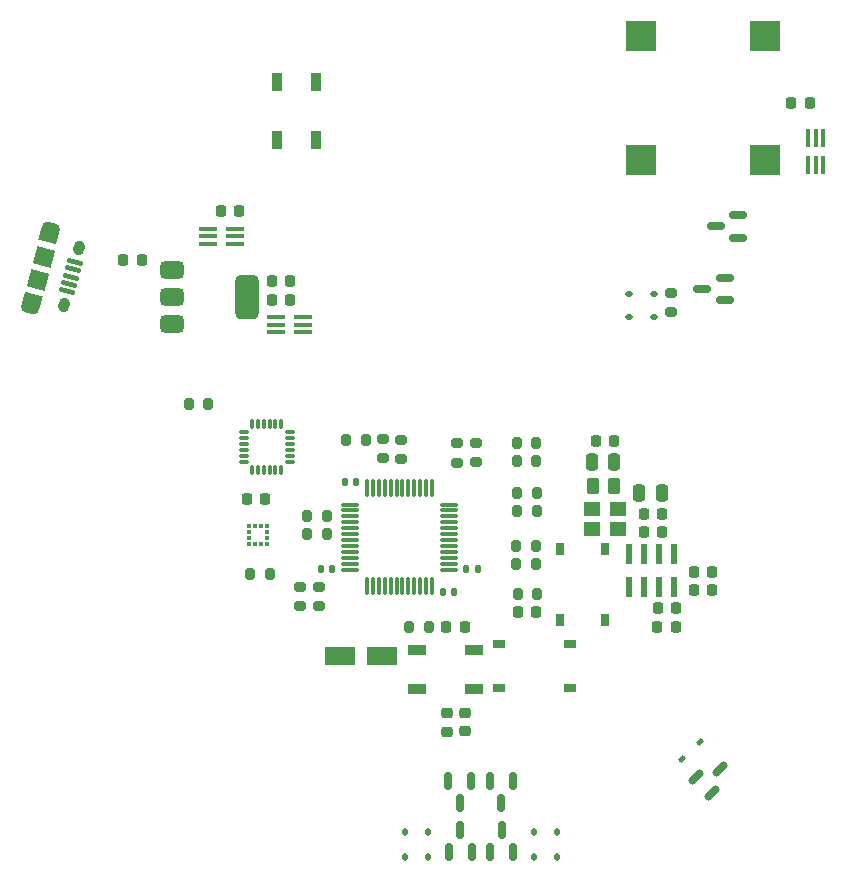
<source format=gtp>
G04 #@! TF.GenerationSoftware,KiCad,Pcbnew,7.0.11*
G04 #@! TF.CreationDate,2024-03-27T12:07:47-04:00*
G04 #@! TF.ProjectId,Motherboard,4d6f7468-6572-4626-9f61-72642e6b6963,rev?*
G04 #@! TF.SameCoordinates,Original*
G04 #@! TF.FileFunction,Paste,Top*
G04 #@! TF.FilePolarity,Positive*
%FSLAX46Y46*%
G04 Gerber Fmt 4.6, Leading zero omitted, Abs format (unit mm)*
G04 Created by KiCad (PCBNEW 7.0.11) date 2024-03-27 12:07:47*
%MOMM*%
%LPD*%
G01*
G04 APERTURE LIST*
G04 Aperture macros list*
%AMRoundRect*
0 Rectangle with rounded corners*
0 $1 Rounding radius*
0 $2 $3 $4 $5 $6 $7 $8 $9 X,Y pos of 4 corners*
0 Add a 4 corners polygon primitive as box body*
4,1,4,$2,$3,$4,$5,$6,$7,$8,$9,$2,$3,0*
0 Add four circle primitives for the rounded corners*
1,1,$1+$1,$2,$3*
1,1,$1+$1,$4,$5*
1,1,$1+$1,$6,$7*
1,1,$1+$1,$8,$9*
0 Add four rect primitives between the rounded corners*
20,1,$1+$1,$2,$3,$4,$5,0*
20,1,$1+$1,$4,$5,$6,$7,0*
20,1,$1+$1,$6,$7,$8,$9,0*
20,1,$1+$1,$8,$9,$2,$3,0*%
%AMHorizOval*
0 Thick line with rounded ends*
0 $1 width*
0 $2 $3 position (X,Y) of the first rounded end (center of the circle)*
0 $4 $5 position (X,Y) of the second rounded end (center of the circle)*
0 Add line between two ends*
20,1,$1,$2,$3,$4,$5,0*
0 Add two circle primitives to create the rounded ends*
1,1,$1,$2,$3*
1,1,$1,$4,$5*%
%AMRotRect*
0 Rectangle, with rotation*
0 The origin of the aperture is its center*
0 $1 length*
0 $2 width*
0 $3 Rotation angle, in degrees counterclockwise*
0 Add horizontal line*
21,1,$1,$2,0,0,$3*%
G04 Aperture macros list end*
%ADD10HorizOval,0.890000X-0.318756X0.085410X0.318756X-0.085410X0*%
%ADD11HorizOval,0.950000X-0.038823X-0.144889X0.038823X0.144889X0*%
%ADD12RotRect,0.400000X1.350000X255.000000*%
%ADD13RotRect,1.200000X1.550000X255.000000*%
%ADD14RotRect,1.500000X1.550000X255.000000*%
%ADD15RoundRect,0.200000X-0.200000X-0.275000X0.200000X-0.275000X0.200000X0.275000X-0.200000X0.275000X0*%
%ADD16RoundRect,0.225000X-0.225000X-0.250000X0.225000X-0.250000X0.225000X0.250000X-0.225000X0.250000X0*%
%ADD17RoundRect,0.150000X0.587500X0.150000X-0.587500X0.150000X-0.587500X-0.150000X0.587500X-0.150000X0*%
%ADD18RoundRect,0.225000X-0.250000X0.225000X-0.250000X-0.225000X0.250000X-0.225000X0.250000X0.225000X0*%
%ADD19RoundRect,0.200000X-0.275000X0.200000X-0.275000X-0.200000X0.275000X-0.200000X0.275000X0.200000X0*%
%ADD20RoundRect,0.112500X0.112500X-0.187500X0.112500X0.187500X-0.112500X0.187500X-0.112500X-0.187500X0*%
%ADD21RoundRect,0.200000X0.275000X-0.200000X0.275000X0.200000X-0.275000X0.200000X-0.275000X-0.200000X0*%
%ADD22RoundRect,0.200000X0.200000X0.275000X-0.200000X0.275000X-0.200000X-0.275000X0.200000X-0.275000X0*%
%ADD23RoundRect,0.075000X-0.350000X-0.075000X0.350000X-0.075000X0.350000X0.075000X-0.350000X0.075000X0*%
%ADD24RoundRect,0.075000X0.075000X-0.350000X0.075000X0.350000X-0.075000X0.350000X-0.075000X-0.350000X0*%
%ADD25RoundRect,0.250000X-1.050000X-0.550000X1.050000X-0.550000X1.050000X0.550000X-1.050000X0.550000X0*%
%ADD26R,0.350000X0.375000*%
%ADD27R,0.375000X0.350000*%
%ADD28RoundRect,0.250000X-0.262500X-0.450000X0.262500X-0.450000X0.262500X0.450000X-0.262500X0.450000X0*%
%ADD29R,0.900000X1.500000*%
%ADD30RoundRect,0.140000X0.140000X0.170000X-0.140000X0.170000X-0.140000X-0.170000X0.140000X-0.170000X0*%
%ADD31R,1.400000X1.200000*%
%ADD32RoundRect,0.075000X0.662500X0.075000X-0.662500X0.075000X-0.662500X-0.075000X0.662500X-0.075000X0*%
%ADD33RoundRect,0.075000X0.075000X0.662500X-0.075000X0.662500X-0.075000X-0.662500X0.075000X-0.662500X0*%
%ADD34RoundRect,0.112500X-0.053033X-0.212132X0.212132X0.053033X0.053033X0.212132X-0.212132X-0.053033X0*%
%ADD35RoundRect,0.112500X0.187500X0.112500X-0.187500X0.112500X-0.187500X-0.112500X0.187500X-0.112500X0*%
%ADD36R,1.000000X0.750000*%
%ADD37RoundRect,0.150000X-0.309359X-0.521491X0.521491X0.309359X0.309359X0.521491X-0.521491X-0.309359X0*%
%ADD38R,2.500000X2.500000*%
%ADD39RoundRect,0.250000X-0.250000X-0.475000X0.250000X-0.475000X0.250000X0.475000X-0.250000X0.475000X0*%
%ADD40RoundRect,0.150000X0.150000X-0.587500X0.150000X0.587500X-0.150000X0.587500X-0.150000X-0.587500X0*%
%ADD41R,0.600000X1.700000*%
%ADD42RoundRect,0.375000X-0.625000X-0.375000X0.625000X-0.375000X0.625000X0.375000X-0.625000X0.375000X0*%
%ADD43RoundRect,0.500000X-0.500000X-1.400000X0.500000X-1.400000X0.500000X1.400000X-0.500000X1.400000X0*%
%ADD44R,0.300000X1.500000*%
%ADD45RoundRect,0.140000X-0.140000X-0.170000X0.140000X-0.170000X0.140000X0.170000X-0.140000X0.170000X0*%
%ADD46R,1.500000X0.300000*%
%ADD47RoundRect,0.225000X0.250000X-0.225000X0.250000X0.225000X-0.250000X0.225000X-0.250000X-0.225000X0*%
%ADD48RoundRect,0.150000X-0.150000X0.587500X-0.150000X-0.587500X0.150000X-0.587500X0.150000X0.587500X0*%
%ADD49R,1.500000X0.900000*%
%ADD50RoundRect,0.218750X0.218750X0.256250X-0.218750X0.256250X-0.218750X-0.256250X0.218750X-0.256250X0*%
%ADD51R,0.750000X1.000000*%
G04 APERTURE END LIST*
D10*
X155719914Y-108030634D03*
D11*
X158069095Y-109695371D03*
X156775000Y-114525000D03*
D10*
X153908181Y-114792115D03*
D12*
X157758512Y-110854482D03*
X157590280Y-111482334D03*
X157422047Y-112110186D03*
X157253815Y-112738037D03*
X157085582Y-113365889D03*
D13*
X155564623Y-108610189D03*
D14*
X155072866Y-110445448D03*
X154555228Y-112377300D03*
D13*
X154063472Y-114212559D03*
D15*
X195200000Y-138950000D03*
X196850000Y-138950000D03*
D16*
X210112500Y-137087500D03*
X211662500Y-137087500D03*
D17*
X213850000Y-108800000D03*
X213850000Y-106900000D03*
X211975000Y-107850000D03*
D18*
X190775000Y-149050000D03*
X190775000Y-150600000D03*
D19*
X178375000Y-138375000D03*
X178375000Y-140025000D03*
D20*
X187625000Y-161275000D03*
X187625000Y-159175000D03*
D21*
X176800000Y-140000000D03*
X176800000Y-138350000D03*
D20*
X198550000Y-161225000D03*
X198550000Y-159125000D03*
D22*
X196750000Y-136425000D03*
X195100000Y-136425000D03*
D19*
X208200000Y-113475000D03*
X208200000Y-115125000D03*
D23*
X172000000Y-125300000D03*
X172000000Y-125800000D03*
X172000000Y-126300000D03*
X172000000Y-126800000D03*
X172000000Y-127300000D03*
X172000000Y-127800000D03*
D24*
X172700000Y-128500000D03*
X173200000Y-128500000D03*
X173700000Y-128500000D03*
X174200000Y-128500000D03*
X174700000Y-128500000D03*
X175200000Y-128500000D03*
D23*
X175900000Y-127800000D03*
X175900000Y-127300000D03*
X175900000Y-126800000D03*
X175900000Y-126300000D03*
X175900000Y-125800000D03*
X175900000Y-125300000D03*
D24*
X175200000Y-124600000D03*
X174700000Y-124600000D03*
X174200000Y-124600000D03*
X173700000Y-124600000D03*
X173200000Y-124600000D03*
X172700000Y-124600000D03*
D25*
X180125000Y-144225000D03*
X183725000Y-144225000D03*
D26*
X173947500Y-133210000D03*
X173447500Y-133210000D03*
X172947500Y-133210000D03*
X172447500Y-133210000D03*
D27*
X172435000Y-133722500D03*
X172435000Y-134222500D03*
D26*
X172447500Y-134735000D03*
X172947500Y-134735000D03*
X173447500Y-134735000D03*
X173947500Y-134735000D03*
D27*
X173960000Y-134222500D03*
X173960000Y-133722500D03*
D22*
X179050000Y-132400000D03*
X177400000Y-132400000D03*
D28*
X201550000Y-129800000D03*
X203375000Y-129800000D03*
D16*
X210112500Y-138612500D03*
X211662500Y-138612500D03*
D29*
X178125000Y-95675000D03*
X174825000Y-95675000D03*
X174825000Y-100575000D03*
X178125000Y-100575000D03*
D30*
X179505000Y-136850000D03*
X178545000Y-136850000D03*
D31*
X201475000Y-133500000D03*
X203675000Y-133500000D03*
X203675000Y-131800000D03*
X201475000Y-131800000D03*
D32*
X189362500Y-136912500D03*
X189362500Y-136412500D03*
X189362500Y-135912500D03*
X189362500Y-135412500D03*
X189362500Y-134912500D03*
X189362500Y-134412500D03*
X189362500Y-133912500D03*
X189362500Y-133412500D03*
X189362500Y-132912500D03*
X189362500Y-132412500D03*
X189362500Y-131912500D03*
X189362500Y-131412500D03*
D33*
X187950000Y-130000000D03*
X187450000Y-130000000D03*
X186950000Y-130000000D03*
X186450000Y-130000000D03*
X185950000Y-130000000D03*
X185450000Y-130000000D03*
X184950000Y-130000000D03*
X184450000Y-130000000D03*
X183950000Y-130000000D03*
X183450000Y-130000000D03*
X182950000Y-130000000D03*
X182450000Y-130000000D03*
D32*
X181037500Y-131412500D03*
X181037500Y-131912500D03*
X181037500Y-132412500D03*
X181037500Y-132912500D03*
X181037500Y-133412500D03*
X181037500Y-133912500D03*
X181037500Y-134412500D03*
X181037500Y-134912500D03*
X181037500Y-135412500D03*
X181037500Y-135912500D03*
X181037500Y-136412500D03*
X181037500Y-136912500D03*
D33*
X182450000Y-138325000D03*
X182950000Y-138325000D03*
X183450000Y-138325000D03*
X183950000Y-138325000D03*
X184450000Y-138325000D03*
X184950000Y-138325000D03*
X185450000Y-138325000D03*
X185950000Y-138325000D03*
X186450000Y-138325000D03*
X186950000Y-138325000D03*
X187450000Y-138325000D03*
X187950000Y-138325000D03*
D34*
X209150000Y-152975000D03*
X210634924Y-151490076D03*
D17*
X212725000Y-114100000D03*
X212725000Y-112200000D03*
X210850000Y-113150000D03*
D35*
X206750000Y-115550000D03*
X204650000Y-115550000D03*
D22*
X196775000Y-127725000D03*
X195125000Y-127725000D03*
D16*
X218375000Y-97425000D03*
X219925000Y-97425000D03*
D22*
X196775000Y-126200000D03*
X195125000Y-126200000D03*
D16*
X174375000Y-114050000D03*
X175925000Y-114050000D03*
D20*
X185650000Y-161275000D03*
X185650000Y-159175000D03*
D16*
X205875000Y-132250000D03*
X207425000Y-132250000D03*
D36*
X193600000Y-143225000D03*
X199600000Y-143225000D03*
X193600000Y-146975000D03*
X199600000Y-146975000D03*
D30*
X181550000Y-129475000D03*
X180590000Y-129475000D03*
D37*
X210340336Y-154478661D03*
X211683839Y-155822164D03*
X212337913Y-153824587D03*
D38*
X205660000Y-91720000D03*
X216150000Y-91700000D03*
X216180000Y-102210000D03*
X205650000Y-102220000D03*
D39*
X201475000Y-127800000D03*
X203375000Y-127800000D03*
D16*
X205875000Y-133775000D03*
X207425000Y-133775000D03*
X201825000Y-126000000D03*
X203375000Y-126000000D03*
X172275000Y-130975000D03*
X173825000Y-130975000D03*
X174375000Y-112500000D03*
X175925000Y-112500000D03*
D22*
X182325000Y-125950000D03*
X180675000Y-125950000D03*
D40*
X189400000Y-160850000D03*
X191300000Y-160850000D03*
X190350000Y-158975000D03*
D16*
X170075000Y-106575000D03*
X171625000Y-106575000D03*
X207025000Y-141775000D03*
X208575000Y-141775000D03*
D40*
X192900000Y-160825000D03*
X194800000Y-160825000D03*
X193850000Y-158950000D03*
D19*
X183787500Y-125825000D03*
X183787500Y-127475000D03*
D41*
X204675000Y-138400000D03*
X205925000Y-138400000D03*
X207175000Y-138400000D03*
X208425000Y-138400000D03*
X208425000Y-135600000D03*
X207175000Y-135600000D03*
X205925000Y-135600000D03*
X204675000Y-135600000D03*
D19*
X190100000Y-126200000D03*
X190100000Y-127850000D03*
D21*
X185312500Y-127575000D03*
X185312500Y-125925000D03*
D42*
X165975000Y-111550000D03*
X165975000Y-113850000D03*
D43*
X172275000Y-113850000D03*
D42*
X165975000Y-116150000D03*
D44*
X219775000Y-102650000D03*
X220425000Y-102650000D03*
X221075000Y-102650000D03*
X221075000Y-100350000D03*
X220425000Y-100350000D03*
X219775000Y-100350000D03*
D16*
X195225000Y-140475000D03*
X196775000Y-140475000D03*
D45*
X190870000Y-136875000D03*
X191830000Y-136875000D03*
D39*
X205500000Y-130450000D03*
X207400000Y-130450000D03*
D46*
X174725000Y-115525000D03*
X174725000Y-116175000D03*
X174725000Y-116825000D03*
X177025000Y-116825000D03*
X177025000Y-116175000D03*
X177025000Y-115525000D03*
D15*
X177400000Y-133925000D03*
X179050000Y-133925000D03*
D16*
X161825000Y-110700000D03*
X163375000Y-110700000D03*
D22*
X174200000Y-137250000D03*
X172550000Y-137250000D03*
X196750000Y-134900000D03*
X195100000Y-134900000D03*
D15*
X186050000Y-141775000D03*
X187700000Y-141775000D03*
D45*
X188870000Y-138850000D03*
X189830000Y-138850000D03*
D35*
X206750000Y-113575000D03*
X204650000Y-113575000D03*
D21*
X191675000Y-127825000D03*
X191675000Y-126175000D03*
D20*
X196575000Y-161225000D03*
X196575000Y-159125000D03*
D46*
X169000000Y-108050000D03*
X169000000Y-108700000D03*
X169000000Y-109350000D03*
X171300000Y-109350000D03*
X171300000Y-108700000D03*
X171300000Y-108050000D03*
D22*
X169000000Y-122900000D03*
X167350000Y-122900000D03*
D47*
X189225000Y-150625000D03*
X189225000Y-149075000D03*
D48*
X194775000Y-154825000D03*
X192875000Y-154825000D03*
X193825000Y-156700000D03*
D49*
X191550000Y-147025000D03*
X191550000Y-143725000D03*
X186650000Y-143725000D03*
X186650000Y-147025000D03*
D50*
X190750000Y-141775000D03*
X189175000Y-141775000D03*
D16*
X207050000Y-140150000D03*
X208600000Y-140150000D03*
D22*
X196825000Y-130425000D03*
X195175000Y-130425000D03*
D51*
X202575000Y-135175000D03*
X202575000Y-141175000D03*
X198825000Y-135175000D03*
X198825000Y-141175000D03*
D48*
X191250000Y-154825000D03*
X189350000Y-154825000D03*
X190300000Y-156700000D03*
D22*
X196825000Y-131950000D03*
X195175000Y-131950000D03*
M02*

</source>
